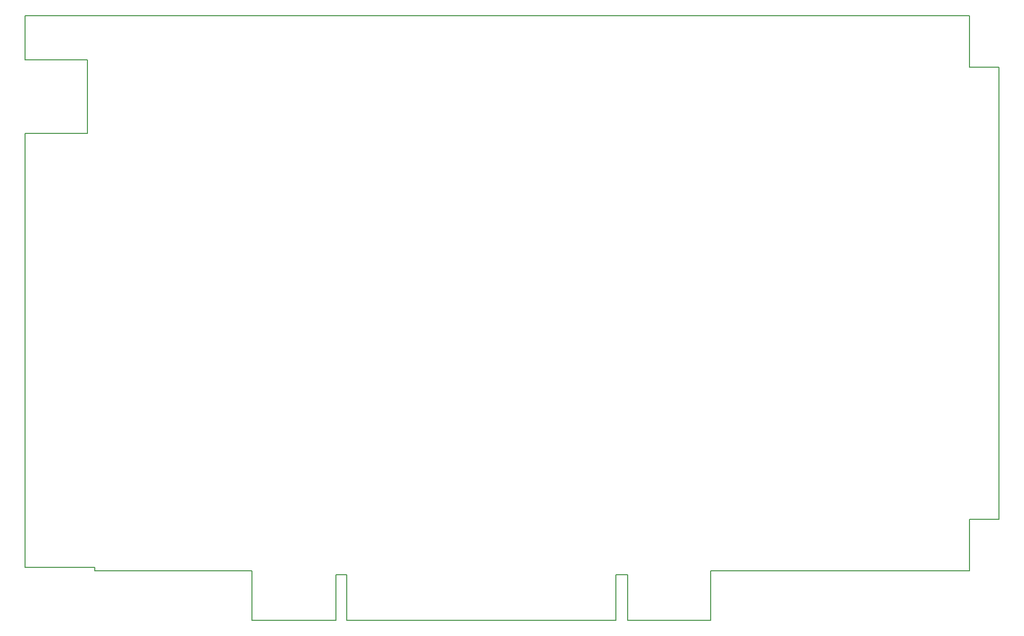
<source format=gko>
G04*
G04 #@! TF.GenerationSoftware,Altium Limited,Altium Designer,20.0.13 (296)*
G04*
G04 Layer_Color=16711935*
%FSLAX44Y44*%
%MOMM*%
G71*
G01*
G75*
%ADD12C,0.2032*%
D12*
X2050542Y1535430D02*
Y1614170D01*
X2070862Y1535430D02*
Y1614170D01*
X2214372Y1535430D02*
Y1620520D01*
X1586992Y1535430D02*
Y1614170D01*
X1567942Y1535430D02*
Y1614170D01*
X1032002Y1626870D02*
Y2376170D01*
X1152652Y1620520D02*
Y1626870D01*
X2660650Y1620520D02*
Y1709420D01*
X2711450D02*
Y2490470D01*
X2660650D02*
Y2579370D01*
X1032002Y2503170D02*
Y2579370D01*
X1139952Y2376170D02*
Y2503170D01*
X1423162Y1535430D02*
Y1620520D01*
X2070862Y1535430D02*
X2214372D01*
X1586992D02*
X2050542D01*
X1423162D02*
X1567942D01*
X1032002Y2376170D02*
X1139952D01*
X1032002Y1626870D02*
X1152652D01*
X2660650Y1709420D02*
X2711450D01*
X2660650Y2490470D02*
X2711450D01*
X1032002Y2579370D02*
X2660650D01*
X1032002Y2503170D02*
X1139952D01*
X1152652Y1620520D02*
X1423162D01*
X1567942Y1614170D02*
X1586992D01*
X2050542D02*
X2070862D01*
X2214372Y1620520D02*
X2660650D01*
M02*

</source>
